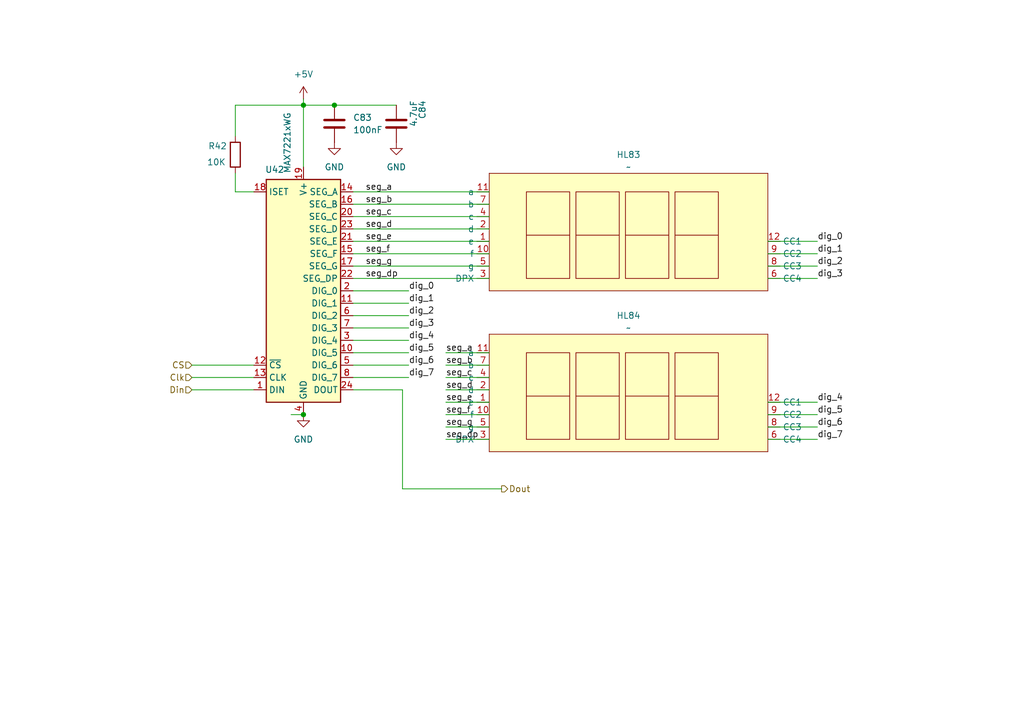
<source format=kicad_sch>
(kicad_sch (version 20231120) (generator "eeschema") (generator_version "8.0")
  (paper "A5")
  (lib_symbols
    (symbol "7seg-LIIIIIIIB:simv"
      (property "Reference" "HL" (at 52.832 35.56 0))
      (symbol "simv_0_1"
        (polyline (pts (xy 33.02 33.02) (xy 41.91 33.02) (xy 41.91 15.24) (xy 33.02 15.24) (xy 33.02 33.02) (xy 33.02 24.13) (xy 41.91 24.13)))
        (polyline (pts (xy 43.18 33.02) (xy 52.07 33.02) (xy 52.07 15.24) (xy 43.18 15.24) (xy 43.18 33.02) (xy 43.18 24.13) (xy 52.07 24.13)))
        (polyline (pts (xy 53.34 33.02) (xy 62.23 33.02) (xy 62.23 15.24) (xy 53.34 15.24) (xy 53.34 33.02) (xy 53.34 24.13) (xy 62.23 24.13)))
        (polyline (pts (xy 63.5 33.02) (xy 72.39 33.02) (xy 72.39 15.24) (xy 63.5 15.24) (xy 63.5 33.02) (xy 63.5 24.13) (xy 72.39 24.13)))
      )
      (symbol "simv_1_1"
        (rectangle (start 25.4 36.83) (end 82.55 12.7) (fill (type background)))
        (pin input line (at 25.4 22.86 180) (length 2.54) (name "e") (number "1"))
        (pin input line (at 25.4 20.32 180) (length 2.54) (name "f") (number "10"))
        (pin input line (at 25.4 33.02 180) (length 2.54) (name "a") (number "11"))
        (pin input line (at 82.55 22.86 0) (length 2.54) (name "CC1") (number "12"))
        (pin input line (at 25.4 25.4 180) (length 2.54) (name "d") (number "2"))
        (pin input line (at 25.4 15.24 180) (length 2.54) (name "DPX") (number "3"))
        (pin input line (at 25.4 27.94 180) (length 2.54) (name "c") (number "4"))
        (pin input line (at 25.4 17.78 180) (length 2.54) (name "g") (number "5"))
        (pin input line (at 82.55 15.24 0) (length 2.54) (name "CC4") (number "6"))
        (pin input line (at 25.4 30.48 180) (length 2.54) (name "b") (number "7"))
        (pin input line (at 82.55 17.78 0) (length 2.54) (name "CC3") (number "8"))
        (pin input line (at 82.55 20.32 0) (length 2.54) (name "CC2") (number "9"))
      )
    )
    (symbol "Device:C" (pin_numbers hide) (pin_names (offset 0.254))
      (property "Reference" "C" (at 0.635 2.54 0))
      (property "Value" "C" (at 0.635 -2.54 0))
      (symbol "C_0_1"
        (polyline (pts (xy -2.032 -0.762) (xy 2.032 -0.762)) (stroke (width 0.508)))
        (polyline (pts (xy -2.032 0.762) (xy 2.032 0.762)) (stroke (width 0.508)))
      )
      (symbol "C_1_1"
        (pin passive line (at 0 3.81 270) (length 2.794) (name "~") (number "1"))
        (pin passive line (at 0 -3.81 90) (length 2.794) (name "~") (number "2"))
      )
    )
    (symbol "Device:R" (pin_numbers hide) (pin_names (offset 0))
      (property "Reference" "R" (at 2.032 0 90))
      (property "Value" "R" (at 0 0 90))
      (symbol "R_0_1"
        (rectangle (start -1.016 -2.54) (end 1.016 2.54) (stroke (width 0.254)))
      )
      (symbol "R_1_1"
        (pin passive line (at 0 3.81 270) (length 1.27) (name "~") (number "1"))
        (pin passive line (at 0 -3.81 90) (length 1.27) (name "~") (number "2"))
      )
    )
    (symbol "Driver_LED:MAX7221xWG"
      (property "Reference" "U" (at -6.35 24.13 0))
      (property "Value" "MAX7221xWG" (at 1.27 25.4 0))
      (symbol "MAX7221xWG_0_1"
        (rectangle (start -7.62 22.86) (end 7.62 -22.86) (stroke (width 0.254)) (fill (type background)))
      )
      (symbol "MAX7221xWG_1_1"
        (pin input line (at -10.16 -20.32 0) (length 2.54) (name "DIN") (number "1"))
        (pin open_collector line (at 10.16 -12.7 180) (length 2.54) (name "DIG_5") (number "10"))
        (pin open_collector line (at 10.16 -2.54 180) (length 2.54) (name "DIG_1") (number "11"))
        (pin input line (at -10.16 -15.24 0) (length 2.54) (name "~{CS}") (number "12"))
        (pin input line (at -10.16 -17.78 0) (length 2.54) (name "CLK") (number "13"))
        (pin open_emitter line (at 10.16 20.32 180) (length 2.54) (name "SEG_A") (number "14"))
        (pin open_emitter line (at 10.16 7.62 180) (length 2.54) (name "SEG_F") (number "15"))
        (pin open_emitter line (at 10.16 17.78 180) (length 2.54) (name "SEG_B") (number "16"))
        (pin open_emitter line (at 10.16 5.08 180) (length 2.54) (name "SEG_G") (number "17"))
        (pin input line (at -10.16 20.32 0) (length 2.54) (name "ISET") (number "18"))
        (pin power_in line (at 0 25.4 270) (length 2.54) (name "V+") (number "19"))
        (pin open_collector line (at 10.16 0 180) (length 2.54) (name "DIG_0") (number "2"))
        (pin open_emitter line (at 10.16 15.24 180) (length 2.54) (name "SEG_C") (number "20"))
        (pin open_emitter line (at 10.16 10.16 180) (length 2.54) (name "SEG_E") (number "21"))
        (pin open_emitter line (at 10.16 2.54 180) (length 2.54) (name "SEG_DP") (number "22"))
        (pin open_emitter line (at 10.16 12.7 180) (length 2.54) (name "SEG_D") (number "23"))
        (pin output line (at 10.16 -20.32 180) (length 2.54) (name "DOUT") (number "24"))
        (pin open_collector line (at 10.16 -10.16 180) (length 2.54) (name "DIG_4") (number "3"))
        (pin power_in line (at 0 -25.4 90) (length 2.54) (name "GND") (number "4"))
        (pin open_collector line (at 10.16 -15.24 180) (length 2.54) (name "DIG_6") (number "5"))
        (pin open_collector line (at 10.16 -5.08 180) (length 2.54) (name "DIG_2") (number "6"))
        (pin open_collector line (at 10.16 -7.62 180) (length 2.54) (name "DIG_3") (number "7"))
        (pin open_collector line (at 10.16 -17.78 180) (length 2.54) (name "DIG_7") (number "8"))
        (pin passive line (at 0 -25.4 90) (length 2.54) hide (name "GND") (number "9"))
      )
    )
    (symbol "power:+5V" (power) (pin_numbers hide) (pin_names (offset 0) hide)
      (property "Value" "+5V" (at 0 3.556 0))
      (symbol "+5V_0_1"
        (polyline (pts (xy -0.762 1.27) (xy 0 2.54)))
        (polyline (pts (xy 0 0) (xy 0 2.54)))
        (polyline (pts (xy 0 2.54) (xy 0.762 1.27)))
      )
      (symbol "+5V_1_1"
        (pin power_in line (at 0 0 90) (length 0) (name "~") (number "1"))
      )
    )
    (symbol "power:GND" (power) (pin_numbers hide) (pin_names (offset 0) hide)
      (property "Value" "GND" (at 0 -3.81 0))
      (symbol "GND_0_1"
        (polyline (pts (xy 0 0) (xy 0 -1.27) (xy 1.27 -1.27) (xy 0 -2.54) (xy -1.27 -1.27) (xy 0 -1.27)))
      )
      (symbol "GND_1_1"
        (pin power_in line (at 0 0 270) (length 0) (name "~") (number "1"))
      )
    )
  )
  (junction (at 62.23 85.09))
  (junction (at 62.23 21.59))
  (junction (at 68.58 21.59))
  (wire (pts (xy 91.44 85.09) (xy 100.33 85.09)))
  (wire (pts (xy 91.44 87.63) (xy 100.33 87.63)))
  (wire (pts (xy 91.44 74.93) (xy 100.33 74.93)))
  (wire (pts (xy 72.39 57.15) (xy 100.33 57.15)))
  (wire (pts (xy 72.39 52.07) (xy 100.33 52.07)))
  (wire (pts (xy 72.39 67.31) (xy 83.82 67.31)))
  (wire (pts (xy 72.39 72.39) (xy 83.82 72.39)))
  (wire (pts (xy 72.39 74.93) (xy 83.82 74.93)))
  (wire (pts (xy 39.37 77.47) (xy 52.07 77.47)))
  (wire (pts (xy 72.39 41.91) (xy 100.33 41.91)))
  (wire (pts (xy 91.44 90.17) (xy 100.33 90.17)))
  (wire (pts (xy 91.44 82.55) (xy 100.33 82.55)))
  (wire (pts (xy 72.39 64.77) (xy 83.82 64.77)))
  (wire (pts (xy 91.44 77.47) (xy 100.33 77.47)))
  (wire (pts (xy 62.23 21.59) (xy 62.23 34.29)))
  (wire (pts (xy 72.39 54.61) (xy 100.33 54.61)))
  (wire (pts (xy 72.39 59.69) (xy 83.82 59.69)))
  (wire (pts (xy 157.48 85.09) (xy 167.64 85.09)))
  (wire (pts (xy 91.44 80.01) (xy 100.33 80.01)))
  (wire (pts (xy 157.48 49.53) (xy 167.64 49.53)))
  (wire (pts (xy 39.37 74.93) (xy 52.07 74.93)))
  (wire (pts (xy 48.26 21.59) (xy 62.23 21.59)))
  (wire (pts (xy 39.37 80.01) (xy 52.07 80.01)))
  (wire (pts (xy 72.39 49.53) (xy 100.33 49.53)))
  (wire (pts (xy 72.39 77.47) (xy 83.82 77.47)))
  (wire (pts (xy 157.48 52.07) (xy 167.64 52.07)))
  (wire (pts (xy 157.48 87.63) (xy 167.64 87.63)))
  (wire (pts (xy 82.55 100.33) (xy 102.87 100.33)))
  (wire (pts (xy 48.26 39.37) (xy 52.07 39.37)))
  (wire (pts (xy 72.39 69.85) (xy 83.82 69.85)))
  (wire (pts (xy 157.48 82.55) (xy 167.64 82.55)))
  (wire (pts (xy 91.44 72.39) (xy 100.33 72.39)))
  (wire (pts (xy 72.39 46.99) (xy 100.33 46.99)))
  (wire (pts (xy 72.39 44.45) (xy 100.33 44.45)))
  (wire (pts (xy 72.39 39.37) (xy 100.33 39.37)))
  (wire (pts (xy 82.55 80.01) (xy 82.55 100.33)))
  (wire (pts (xy 48.26 27.94) (xy 48.26 21.59)))
  (wire (pts (xy 72.39 80.01) (xy 82.55 80.01)))
  (wire (pts (xy 62.23 20.32) (xy 62.23 21.59)))
  (wire (pts (xy 81.28 21.59) (xy 68.58 21.59)))
  (wire (pts (xy 157.48 90.17) (xy 167.64 90.17)))
  (wire (pts (xy 157.48 54.61) (xy 167.64 54.61)))
  (wire (pts (xy 68.58 21.59) (xy 62.23 21.59)))
  (wire (pts (xy 157.48 57.15) (xy 167.64 57.15)))
  (wire (pts (xy 48.26 35.56) (xy 48.26 39.37)))
  (wire (pts (xy 59.69 85.09) (xy 62.23 85.09)))
  (wire (pts (xy 72.39 62.23) (xy 83.82 62.23)))
  (label "seg_g" (at 91.44 87.63 0))
  (label "seg_c" (at 91.44 77.47 0))
  (label "dig_4" (at 167.64 82.55 0))
  (label "seg_c" (at 74.93 44.45 0))
  (label "seg_f" (at 74.93 52.07 0))
  (label "dig_5" (at 167.64 85.09 0))
  (label "seg_a" (at 91.44 72.39 0))
  (label "seg_b" (at 91.44 74.93 0))
  (label "seg_a" (at 74.93 39.37 0))
  (label "dig_7" (at 167.64 90.17 0))
  (label "dig_4" (at 83.82 69.85 0))
  (label "dig_1" (at 167.64 52.07 0))
  (label "dig_5" (at 83.82 72.39 0))
  (label "dig_6" (at 83.82 74.93 0))
  (label "dig_6" (at 167.64 87.63 0))
  (label "dig_0" (at 83.82 59.69 0))
  (label "seg_g" (at 74.93 54.61 0))
  (label "seg_dp" (at 74.93 57.15 0))
  (label "dig_3" (at 167.64 57.15 0))
  (label "seg_e" (at 91.44 82.55 0))
  (label "dig_3" (at 83.82 67.31 0))
  (label "dig_0" (at 167.64 49.53 0))
  (label "dig_2" (at 167.64 54.61 0))
  (label "dig_1" (at 83.82 62.23 0))
  (label "seg_f" (at 91.44 85.09 0))
  (label "dig_2" (at 83.82 64.77 0))
  (label "dig_7" (at 83.82 77.47 0))
  (label "seg_e" (at 74.93 49.53 0))
  (label "seg_d" (at 74.93 46.99 0))
  (label "seg_b" (at 74.93 41.91 0))
  (label "seg_dp" (at 91.44 90.17 0))
  (label "seg_d" (at 91.44 80.01 0))
  (hierarchical_label "CS" (shape input) (at 39.37 74.93 180))
  (hierarchical_label "Clk" (shape input) (at 39.37 77.47 180))
  (hierarchical_label "Din" (shape input) (at 39.37 80.01 180))
  (hierarchical_label "Dout" (shape output) (at 102.87 100.33 0))
  (symbol (lib_id "power:+5V") (at 62.23 20.32 0) (unit 1)
    (property "Reference" "#PWR0189" (effects (hide yes)))
    (property "Value" "+5V" (at 62.23 15.24 0))
    (property "Description" "Power symbol creates a global label with name \"+5V\"" (effects (hide yes)))
    (instances (project "wtf_clock" (path "" (reference "#PWR0165") (unit 1)) (path "" (reference "#PWR0185") (unit 1)) (path "" (reference "#PWR0161") (unit 1)) (path "" (reference "#PWR029") (unit 1)) (path "" (reference "#PWR069") (unit 1)) (path "" (reference "#PWR0145") (unit 1)) (path "" (reference "#PWR077") (unit 1)) (path "" (reference "#PWR0197") (unit 1)) (path "" (reference "#PWR0177") (unit 1)) (path "" (reference "#PWR049") (unit 1)) (path "" (reference "#PWR0137") (unit 1)) (path "" (reference "#PWR085") (unit 1)) (path "" (reference "#PWR057") (unit 1)) (path "" (reference "#PWR021") (unit 1)) (path "" (reference "#PWR045") (unit 1)) (path "" (reference "#PWR0113") (unit 1)) (path "" (reference "#PWR093") (unit 1)) (path "" (reference "#PWR0149") (unit 1)) (path "" (reference "#PWR0101") (unit 1)) (path "" (reference "#PWR0133") (unit 1)) (path "" (reference "#PWR0109") (unit 1)) (path "" (reference "#PWR065") (unit 1)) (path "" (reference "#PWR0129") (unit 1)) (path "" (reference "#PWR05") (unit 1)) (path "" (reference "#PWR053") (unit 1)) (path "" (reference "#PWR0173") (unit 1)) (path "" (reference "#PWR033") (unit 1)) (path "" (reference "#PWR0157") (unit 1)) (path "" (reference "#PWR089") (unit 1)) (path "" (reference "#PWR061") (unit 1)) (path "" (reference "#PWR0105") (unit 1)) (path "" (reference "#PWR073") (unit 1)) (path "" (reference "#PWR025") (unit 1)) (path "" (reference "#PWR0141") (unit 1)) (path "" (reference "#PWR0125") (unit 1)) (path "" (reference "#PWR0121") (unit 1)) (path "" (reference "#PWR0153") (unit 1)) (path "" (reference "#PWR0169") (unit 1)) (path "" (reference "#PWR0189") (unit 1)) (path "" (reference "#PWR017") (unit 1)) (path "" (reference "#PWR01") (unit 1)) (path "" (reference "#PWR0117") (unit 1)) (path "" (reference "#PWR081") (unit 1)) (path "" (reference "#PWR041") (unit 1)) (path "" (reference "#PWR09") (unit 1)) (path "" (reference "#PWR0193") (unit 1)) (path "" (reference "#PWR0181") (unit 1)) (path "" (reference "#PWR097") (unit 1)) (path "" (reference "#PWR037") (unit 1)) (path "" (reference "#PWR013") (unit 1))))
  )
  (symbol (lib_id "Device:C") (at 68.58 25.4 0) (unit 1)
    (property "Reference" "C95" (at 72.39 24.1299 0) (effects (justify left)))
    (property "Value" "100nF" (at 72.39 26.6699 0) (effects (justify left)))
    (property "Footprint" "Capacitor_SMD:C_0603_1608Metric_Pad1.08x0.95mm_HandSolder" (effects (hide yes)))
    (property "Description" "Unpolarized capacitor" (effects (hide yes)))
    (instances (project "wtf_clock" (path "" (reference "C83") (unit 1)) (path "" (reference "C93") (unit 1)) (path "" (reference "C81") (unit 1)) (path "" (reference "C15") (unit 1)) (path "" (reference "C35") (unit 1)) (path "" (reference "C73") (unit 1)) (path "" (reference "C39") (unit 1)) (path "" (reference "C99") (unit 1)) (path "" (reference "C89") (unit 1)) (path "" (reference "C25") (unit 1)) (path "" (reference "C69") (unit 1)) (path "" (reference "C43") (unit 1)) (path "" (reference "C29") (unit 1)) (path "" (reference "C11") (unit 1)) (path "" (reference "C23") (unit 1)) (path "" (reference "C57") (unit 1)) (path "" (reference "C47") (unit 1)) (path "" (reference "C75") (unit 1)) (path "" (reference "C51") (unit 1)) (path "" (reference "C67") (unit 1)) (path "" (reference "C55") (unit 1)) (path "" (reference "C33") (unit 1)) (path "" (reference "C65") (unit 1)) (path "" (reference "C3") (unit 1)) (path "" (reference "C27") (unit 1)) (path "" (reference "C87") (unit 1)) (path "" (reference "C17") (unit 1)) (path "" (reference "C79") (unit 1)) (path "" (reference "C45") (unit 1)) (path "" (reference "C31") (unit 1)) (path "" (reference "C53") (unit 1)) (path "" (reference "C37") (unit 1)) (path "" (reference "C13") (unit 1)) (path "" (reference "C71") (unit 1)) (path "" (reference "C63") (unit 1)) (path "" (reference "C61") (unit 1)) (path "" (reference "C77") (unit 1)) (path "" (reference "C85") (unit 1)) (path "" (reference "C95") (unit 1)) (path "" (reference "C9") (unit 1)) (path "" (reference "C1") (unit 1)) (path "" (reference "C59") (unit 1)) (path "" (reference "C41") (unit 1)) (path "" (reference "C21") (unit 1)) (path "" (reference "C5") (unit 1)) (path "" (reference "C97") (unit 1)) (path "" (reference "C91") (unit 1)) (path "" (reference "C49") (unit 1)) (path "" (reference "C19") (unit 1)) (path "" (reference "C7") (unit 1))))
  )
  (symbol (lib_id "7seg-LIIIIIIIB:simv") (at 74.93 72.39 0) (unit 1)
    (property "Reference" "HL95" (at 128.905 31.75 0))
    (property "Value" "~" (at 128.905 34.29 0))
    (property "Footprint" "Display_7Segment:7seg_4D_0_28inch" (effects (hide yes)))
    (instances (project "" (path "" (reference "HL83") (unit 1)) (path "" (reference "HL93") (unit 1)) (path "" (reference "HL81") (unit 1)) (path "" (reference "HL15") (unit 1)) (path "" (reference "HL35") (unit 1)) (path "" (reference "HL73") (unit 1)) (path "" (reference "HL39") (unit 1)) (path "" (reference "HL99") (unit 1)) (path "" (reference "HL89") (unit 1)) (path "" (reference "HL25") (unit 1)) (path "" (reference "HL69") (unit 1)) (path "" (reference "HL43") (unit 1)) (path "" (reference "HL29") (unit 1)) (path "" (reference "HL11") (unit 1)) (path "" (reference "HL23") (unit 1)) (path "" (reference "HL57") (unit 1)) (path "" (reference "HL47") (unit 1)) (path "" (reference "HL75") (unit 1)) (path "" (reference "HL51") (unit 1)) (path "" (reference "HL67") (unit 1)) (path "" (reference "HL55") (unit 1)) (path "" (reference "HL33") (unit 1)) (path "" (reference "HL65") (unit 1)) (path "" (reference "HL3") (unit 1)) (path "" (reference "HL27") (unit 1)) (path "" (reference "HL87") (unit 1)) (path "" (reference "HL17") (unit 1)) (path "" (reference "HL79") (unit 1)) (path "" (reference "HL45") (unit 1)) (path "" (reference "HL31") (unit 1)) (path "" (reference "HL53") (unit 1)) (path "" (reference "HL37") (unit 1)) (path "" (reference "HL13") (unit 1)) (path "" (reference "HL71") (unit 1)) (path "" (reference "HL63") (unit 1)) (path "" (reference "HL61") (unit 1)) (path "" (reference "HL77") (unit 1)) (path "" (reference "HL85") (unit 1)) (path "" (reference "HL95") (unit 1)) (path "" (reference "HL9") (unit 1)) (path "" (reference "HL1") (unit 1)) (path "" (reference "HL59") (unit 1)) (path "" (reference "HL41") (unit 1)) (path "" (reference "HL21") (unit 1)) (path "" (reference "HL5") (unit 1)) (path "" (reference "HL97") (unit 1)) (path "" (reference "HL91") (unit 1)) (path "" (reference "HL49") (unit 1)) (path "" (reference "HL19") (unit 1)) (path "" (reference "HL7") (unit 1))))
  )
  (symbol (lib_id "power:GND") (at 62.23 85.09 0) (unit 1)
    (property "Reference" "#PWR0190" (effects (hide yes)))
    (property "Value" "GND" (at 62.23 90.17 0))
    (property "Description" "Power symbol creates a global label with name \"GND\" , ground" (effects (hide yes)))
    (instances (project "wtf_clock" (path "" (reference "#PWR0166") (unit 1)) (path "" (reference "#PWR0186") (unit 1)) (path "" (reference "#PWR0162") (unit 1)) (path "" (reference "#PWR030") (unit 1)) (path "" (reference "#PWR070") (unit 1)) (path "" (reference "#PWR0146") (unit 1)) (path "" (reference "#PWR078") (unit 1)) (path "" (reference "#PWR0198") (unit 1)) (path "" (reference "#PWR0178") (unit 1)) (path "" (reference "#PWR050") (unit 1)) (path "" (reference "#PWR0138") (unit 1)) (path "" (reference "#PWR086") (unit 1)) (path "" (reference "#PWR058") (unit 1)) (path "" (reference "#PWR022") (unit 1)) (path "" (reference "#PWR046") (unit 1)) (path "" (reference "#PWR0114") (unit 1)) (path "" (reference "#PWR094") (unit 1)) (path "" (reference "#PWR0150") (unit 1)) (path "" (reference "#PWR0102") (unit 1)) (path "" (reference "#PWR0134") (unit 1)) (path "" (reference "#PWR0110") (unit 1)) (path "" (reference "#PWR066") (unit 1)) (path "" (reference "#PWR0130") (unit 1)) (path "" (reference "#PWR06") (unit 1)) (path "" (reference "#PWR054") (unit 1)) (path "" (reference "#PWR0174") (unit 1)) (path "" (reference "#PWR034") (unit 1)) (path "" (reference "#PWR0158") (unit 1)) (path "" (reference "#PWR090") (unit 1)) (path "" (reference "#PWR062") (unit 1)) (path "" (reference "#PWR0106") (unit 1)) (path "" (reference "#PWR074") (unit 1)) (path "" (reference "#PWR026") (unit 1)) (path "" (reference "#PWR0142") (unit 1)) (path "" (reference "#PWR0126") (unit 1)) (path "" (reference "#PWR0122") (unit 1)) (path "" (reference "#PWR0154") (unit 1)) (path "" (reference "#PWR0170") (unit 1)) (path "" (reference "#PWR0190") (unit 1)) (path "" (reference "#PWR018") (unit 1)) (path "" (reference "#PWR02") (unit 1)) (path "" (reference "#PWR0118") (unit 1)) (path "" (reference "#PWR082") (unit 1)) (path "" (reference "#PWR042") (unit 1)) (path "" (reference "#PWR010") (unit 1)) (path "" (reference "#PWR0194") (unit 1)) (path "" (reference "#PWR0182") (unit 1)) (path "" (reference "#PWR098") (unit 1)) (path "" (reference "#PWR038") (unit 1)) (path "" (reference "#PWR014") (unit 1))))
  )
  (symbol (lib_id "Driver_LED:MAX7221xWG") (at 62.23 59.69 0) (unit 1)
    (property "Reference" "U48" (at 54.356 34.798 0) (effects (justify left)))
    (property "Value" "MAX7221xWG" (at 58.928 35.56 90) (effects (justify left)))
    (property "Footprint" "Package_SO:SOIC-24W_7.5x15.4mm_P1.27mm" (effects (hide yes)))
    (property "Datasheet" "https://datasheets.maximintegrated.com/en/ds/MAX7219-MAX7221.pdf" (effects (hide yes)))
    (property "Description" "Serially Interfaced, 8-Digit LED Display Driver, SOIC-24W" (effects (hide yes)))
    (instances (project "wtf_clock" (path "" (reference "U42") (unit 1)) (path "" (reference "U47") (unit 1)) (path "" (reference "U41") (unit 1)) (path "" (reference "U8") (unit 1)) (path "" (reference "U18") (unit 1)) (path "" (reference "U37") (unit 1)) (path "" (reference "U20") (unit 1)) (path "" (reference "U50") (unit 1)) (path "" (reference "U45") (unit 1)) (path "" (reference "U13") (unit 1)) (path "" (reference "U35") (unit 1)) (path "" (reference "U22") (unit 1)) (path "" (reference "U15") (unit 1)) (path "" (reference "U6") (unit 1)) (path "" (reference "U12") (unit 1)) (path "" (reference "U29") (unit 1)) (path "" (reference "U24") (unit 1)) (path "" (reference "U38") (unit 1)) (path "" (reference "U26") (unit 1)) (path "" (reference "U34") (unit 1)) (path "" (reference "U28") (unit 1)) (path "" (reference "U17") (unit 1)) (path "" (reference "U33") (unit 1)) (path "" (reference "U2") (unit 1)) (path "" (reference "U14") (unit 1)) (path "" (reference "U44") (unit 1)) (path "" (reference "U9") (unit 1)) (path "" (reference "U40") (unit 1)) (path "" (reference "U23") (unit 1)) (path "" (reference "U16") (unit 1)) (path "" (reference "U27") (unit 1)) (path "" (reference "U19") (unit 1)) (path "" (reference "U7") (unit 1)) (path "" (reference "U36") (unit 1)) (path "" (reference "U32") (unit 1)) (path "" (reference "U31") (unit 1)) (path "" (reference "U39") (unit 1)) (path "" (reference "U43") (unit 1)) (path "" (reference "U48") (unit 1)) (path "" (reference "U5") (unit 1)) (path "" (reference "U1") (unit 1)) (path "" (reference "U30") (unit 1)) (path "" (reference "U21") (unit 1)) (path "" (reference "U11") (unit 1)) (path "" (reference "U3") (unit 1)) (path "" (reference "U49") (unit 1)) (path "" (reference "U46") (unit 1)) (path "" (reference "U25") (unit 1)) (path "" (reference "U10") (unit 1)) (path "" (reference "U4") (unit 1))))
  )
  (symbol (lib_id "power:GND") (at 81.28 29.21 0) (unit 1)
    (property "Reference" "#PWR0192" (effects (hide yes)))
    (property "Value" "GND" (at 81.28 34.29 0))
    (property "Description" "Power symbol creates a global label with name \"GND\" , ground" (effects (hide yes)))
    (instances (project "wtf_clock" (path "" (reference "#PWR0168") (unit 1)) (path "" (reference "#PWR0188") (unit 1)) (path "" (reference "#PWR0164") (unit 1)) (path "" (reference "#PWR032") (unit 1)) (path "" (reference "#PWR072") (unit 1)) (path "" (reference "#PWR0148") (unit 1)) (path "" (reference "#PWR080") (unit 1)) (path "" (reference "#PWR0200") (unit 1)) (path "" (reference "#PWR0180") (unit 1)) (path "" (reference "#PWR052") (unit 1)) (path "" (reference "#PWR0140") (unit 1)) (path "" (reference "#PWR088") (unit 1)) (path "" (reference "#PWR060") (unit 1)) (path "" (reference "#PWR024") (unit 1)) (path "" (reference "#PWR048") (unit 1)) (path "" (reference "#PWR0116") (unit 1)) (path "" (reference "#PWR096") (unit 1)) (path "" (reference "#PWR0152") (unit 1)) (path "" (reference "#PWR0104") (unit 1)) (path "" (reference "#PWR0136") (unit 1)) (path "" (reference "#PWR0112") (unit 1)) (path "" (reference "#PWR068") (unit 1)) (path "" (reference "#PWR0132") (unit 1)) (path "" (reference "#PWR08") (unit 1)) (path "" (reference "#PWR056") (unit 1)) (path "" (reference "#PWR0176") (unit 1)) (path "" (reference "#PWR036") (unit 1)) (path "" (reference "#PWR0160") (unit 1)) (path "" (reference "#PWR092") (unit 1)) (path "" (reference "#PWR064") (unit 1)) (path "" (reference "#PWR0108") (unit 1)) (path "" (reference "#PWR076") (unit 1)) (path "" (reference "#PWR028") (unit 1)) (path "" (reference "#PWR0144") (unit 1)) (path "" (reference "#PWR0128") (unit 1)) (path "" (reference "#PWR0124") (unit 1)) (path "" (reference "#PWR0156") (unit 1)) (path "" (reference "#PWR0172") (unit 1)) (path "" (reference "#PWR0192") (unit 1)) (path "" (reference "#PWR020") (unit 1)) (path "" (reference "#PWR04") (unit 1)) (path "" (reference "#PWR0120") (unit 1)) (path "" (reference "#PWR084") (unit 1)) (path "" (reference "#PWR044") (unit 1)) (path "" (reference "#PWR012") (unit 1)) (path "" (reference "#PWR0196") (unit 1)) (path "" (reference "#PWR0184") (unit 1)) (path "" (reference "#PWR0100") (unit 1)) (path "" (reference "#PWR040") (unit 1)) (path "" (reference "#PWR016") (unit 1))))
  )
  (symbol (lib_id "power:GND") (at 68.58 29.21 0) (unit 1)
    (property "Reference" "#PWR0191" (effects (hide yes)))
    (property "Value" "GND" (at 68.58 34.29 0))
    (property "Description" "Power symbol creates a global label with name \"GND\" , ground" (effects (hide yes)))
    (instances (project "wtf_clock" (path "" (reference "#PWR0167") (unit 1)) (path "" (reference "#PWR0187") (unit 1)) (path "" (reference "#PWR0163") (unit 1)) (path "" (reference "#PWR031") (unit 1)) (path "" (reference "#PWR071") (unit 1)) (path "" (reference "#PWR0147") (unit 1)) (path "" (reference "#PWR079") (unit 1)) (path "" (reference "#PWR0199") (unit 1)) (path "" (reference "#PWR0179") (unit 1)) (path "" (reference "#PWR051") (unit 1)) (path "" (reference "#PWR0139") (unit 1)) (path "" (reference "#PWR087") (unit 1)) (path "" (reference "#PWR059") (unit 1)) (path "" (reference "#PWR023") (unit 1)) (path "" (reference "#PWR047") (unit 1)) (path "" (reference "#PWR0115") (unit 1)) (path "" (reference "#PWR095") (unit 1)) (path "" (reference "#PWR0151") (unit 1)) (path "" (reference "#PWR0103") (unit 1)) (path "" (reference "#PWR0135") (unit 1)) (path "" (reference "#PWR0111") (unit 1)) (path "" (reference "#PWR067") (unit 1)) (path "" (reference "#PWR0131") (unit 1)) (path "" (reference "#PWR07") (unit 1)) (path "" (reference "#PWR055") (unit 1)) (path "" (reference "#PWR0175") (unit 1)) (path "" (reference "#PWR035") (unit 1)) (path "" (reference "#PWR0159") (unit 1)) (path "" (reference "#PWR091") (unit 1)) (path "" (reference "#PWR063") (unit 1)) (path "" (reference "#PWR0107") (unit 1)) (path "" (reference "#PWR075") (unit 1)) (path "" (reference "#PWR027") (unit 1)) (path "" (reference "#PWR0143") (unit 1)) (path "" (reference "#PWR0127") (unit 1)) (path "" (reference "#PWR0123") (unit 1)) (path "" (reference "#PWR0155") (unit 1)) (path "" (reference "#PWR0171") (unit 1)) (path "" (reference "#PWR0191") (unit 1)) (path "" (reference "#PWR019") (unit 1)) (path "" (reference "#PWR03") (unit 1)) (path "" (reference "#PWR0119") (unit 1)) (path "" (reference "#PWR083") (unit 1)) (path "" (reference "#PWR043") (unit 1)) (path "" (reference "#PWR011") (unit 1)) (path "" (reference "#PWR0195") (unit 1)) (path "" (reference "#PWR0183") (unit 1)) (path "" (reference "#PWR099") (unit 1)) (path "" (reference "#PWR039") (unit 1)) (path "" (reference "#PWR015") (unit 1))))
  )
  (symbol (lib_id "Device:R") (at 48.26 31.75 180) (unit 1)
    (property "Reference" "R48" (at 42.672 29.972 0) (effects (justify right)))
    (property "Value" "10K" (at 42.418 33.274 0) (effects (justify right)))
    (property "Footprint" "Resistor_SMD:R_0603_1608Metric_Pad0.98x0.95mm_HandSolder" (effects (hide yes)))
    (property "Description" "Resistor" (effects (hide yes)))
    (instances (project "wtf_clock" (path "" (reference "R42") (unit 1)) (path "" (reference "R47") (unit 1)) (path "" (reference "R41") (unit 1)) (path "" (reference "R8") (unit 1)) (path "" (reference "R18") (unit 1)) (path "" (reference "R37") (unit 1)) (path "" (reference "R20") (unit 1)) (path "" (reference "R50") (unit 1)) (path "" (reference "R45") (unit 1)) (path "" (reference "R13") (unit 1)) (path "" (reference "R35") (unit 1)) (path "" (reference "R22") (unit 1)) (path "" (reference "R15") (unit 1)) (path "" (reference "R6") (unit 1)) (path "" (reference "R12") (unit 1)) (path "" (reference "R29") (unit 1)) (path "" (reference "R24") (unit 1)) (path "" (reference "R38") (unit 1)) (path "" (reference "R26") (unit 1)) (path "" (reference "R34") (unit 1)) (path "" (reference "R28") (unit 1)) (path "" (reference "R17") (unit 1)) (path "" (reference "R33") (unit 1)) (path "" (reference "R2") (unit 1)) (path "" (reference "R14") (unit 1)) (path "" (reference "R44") (unit 1)) (path "" (reference "R9") (unit 1)) (path "" (reference "R40") (unit 1)) (path "" (reference "R23") (unit 1)) (path "" (reference "R16") (unit 1)) (path "" (reference "R27") (unit 1)) (path "" (reference "R19") (unit 1)) (path "" (reference "R7") (unit 1)) (path "" (reference "R36") (unit 1)) (path "" (reference "R32") (unit 1)) (path "" (reference "R31") (unit 1)) (path "" (reference "R39") (unit 1)) (path "" (reference "R43") (unit 1)) (path "" (reference "R48") (unit 1)) (path "" (reference "R5") (unit 1)) (path "" (reference "R1") (unit 1)) (path "" (reference "R30") (unit 1)) (path "" (reference "R21") (unit 1)) (path "" (reference "R11") (unit 1)) (path "" (reference "R3") (unit 1)) (path "" (reference "R49") (unit 1)) (path "" (reference "R46") (unit 1)) (path "" (reference "R25") (unit 1)) (path "" (reference "R10") (unit 1)) (path "" (reference "R4") (unit 1))))
  )
  (symbol (lib_id "Device:C") (at 81.28 25.4 0) (mirror x) (unit 1)
    (property "Reference" "C96" (at 86.614 20.574 90) (effects (justify left)))
    (property "Value" "4.7uF" (at 84.836 20.574 90) (effects (justify left)))
    (property "Footprint" "Capacitor_SMD:C_0603_1608Metric_Pad1.08x0.95mm_HandSolder" (effects (hide yes)))
    (property "Description" "Unpolarized capacitor" (effects (hide yes)))
    (instances (project "wtf_clock" (path "" (reference "C84") (unit 1)) (path "" (reference "C94") (unit 1)) (path "" (reference "C82") (unit 1)) (path "" (reference "C16") (unit 1)) (path "" (reference "C36") (unit 1)) (path "" (reference "C74") (unit 1)) (path "" (reference "C40") (unit 1)) (path "" (reference "C100") (unit 1)) (path "" (reference "C90") (unit 1)) (path "" (reference "C26") (unit 1)) (path "" (reference "C70") (unit 1)) (path "" (reference "C44") (unit 1)) (path "" (reference "C30") (unit 1)) (path "" (reference "C12") (unit 1)) (path "" (reference "C24") (unit 1)) (path "" (reference "C58") (unit 1)) (path "" (reference "C48") (unit 1)) (path "" (reference "C76") (unit 1)) (path "" (reference "C52") (unit 1)) (path "" (reference "C68") (unit 1)) (path "" (reference "C56") (unit 1)) (path "" (reference "C34") (unit 1)) (path "" (reference "C66") (unit 1)) (path "" (reference "C4") (unit 1)) (path "" (reference "C28") (unit 1)) (path "" (reference "C88") (unit 1)) (path "" (reference "C18") (unit 1)) (path "" (reference "C80") (unit 1)) (path "" (reference "C46") (unit 1)) (path "" (reference "C32") (unit 1)) (path "" (reference "C54") (unit 1)) (path "" (reference "C38") (unit 1)) (path "" (reference "C14") (unit 1)) (path "" (reference "C72") (unit 1)) (path "" (reference "C64") (unit 1)) (path "" (reference "C62") (unit 1)) (path "" (reference "C78") (unit 1)) (path "" (reference "C86") (unit 1)) (path "" (reference "C96") (unit 1)) (path "" (reference "C10") (unit 1)) (path "" (reference "C2") (unit 1)) (path "" (reference "C60") (unit 1)) (path "" (reference "C42") (unit 1)) (path "" (reference "C22") (unit 1)) (path "" (reference "C6") (unit 1)) (path "" (reference "C98") (unit 1)) (path "" (reference "C92") (unit 1)) (path "" (reference "C50") (unit 1)) (path "" (reference "C20") (unit 1)) (path "" (reference "C8") (unit 1))))
  )
  (symbol (lib_id "7seg-LIIIIIIIB:simv") (at 74.93 105.41 0) (unit 1)
    (property "Reference" "HL96" (at 128.905 64.77 0))
    (property "Value" "~" (at 128.905 67.31 0))
    (property "Footprint" "Display_7Segment:7seg_4D_0_28inch" (effects (hide yes)))
    (instances (project "wtf_clock" (path "" (reference "HL84") (unit 1)) (path "" (reference "HL94") (unit 1)) (path "" (reference "HL82") (unit 1)) (path "" (reference "HL16") (unit 1)) (path "" (reference "HL36") (unit 1)) (path "" (reference "HL74") (unit 1)) (path "" (reference "HL40") (unit 1)) (path "" (reference "HL100") (unit 1)) (path "" (reference "HL90") (unit 1)) (path "" (reference "HL26") (unit 1)) (path "" (reference "HL70") (unit 1)) (path "" (reference "HL44") (unit 1)) (path "" (reference "HL30") (unit 1)) (path "" (reference "HL12") (unit 1)) (path "" (reference "HL24") (unit 1)) (path "" (reference "HL58") (unit 1)) (path "" (reference "HL48") (unit 1)) (path "" (reference "HL76") (unit 1)) (path "" (reference "HL52") (unit 1)) (path "" (reference "HL68") (unit 1)) (path "" (reference "HL56") (unit 1)) (path "" (reference "HL34") (unit 1)) (path "" (reference "HL66") (unit 1)) (path "" (reference "HL4") (unit 1)) (path "" (reference "HL28") (unit 1)) (path "" (reference "HL88") (unit 1)) (path "" (reference "HL18") (unit 1)) (path "" (reference "HL80") (unit 1)) (path "" (reference "HL46") (unit 1)) (path "" (reference "HL32") (unit 1)) (path "" (reference "HL54") (unit 1)) (path "" (reference "HL38") (unit 1)) (path "" (reference "HL14") (unit 1)) (path "" (reference "HL72") (unit 1)) (path "" (reference "HL64") (unit 1)) (path "" (reference "HL62") (unit 1)) (path "" (reference "HL78") (unit 1)) (path "" (reference "HL86") (unit 1)) (path "" (reference "HL96") (unit 1)) (path "" (reference "HL10") (unit 1)) (path "" (reference "HL2") (unit 1)) (path "" (reference "HL60") (unit 1)) (path "" (reference "HL42") (unit 1)) (path "" (reference "HL22") (unit 1)) (path "" (reference "HL6") (unit 1)) (path "" (reference "HL98") (unit 1)) (path "" (reference "HL92") (unit 1)) (path "" (reference "HL50") (unit 1)) (path "" (reference "HL20") (unit 1)) (path "" (reference "HL8") (unit 1))))
  )
)
</source>
